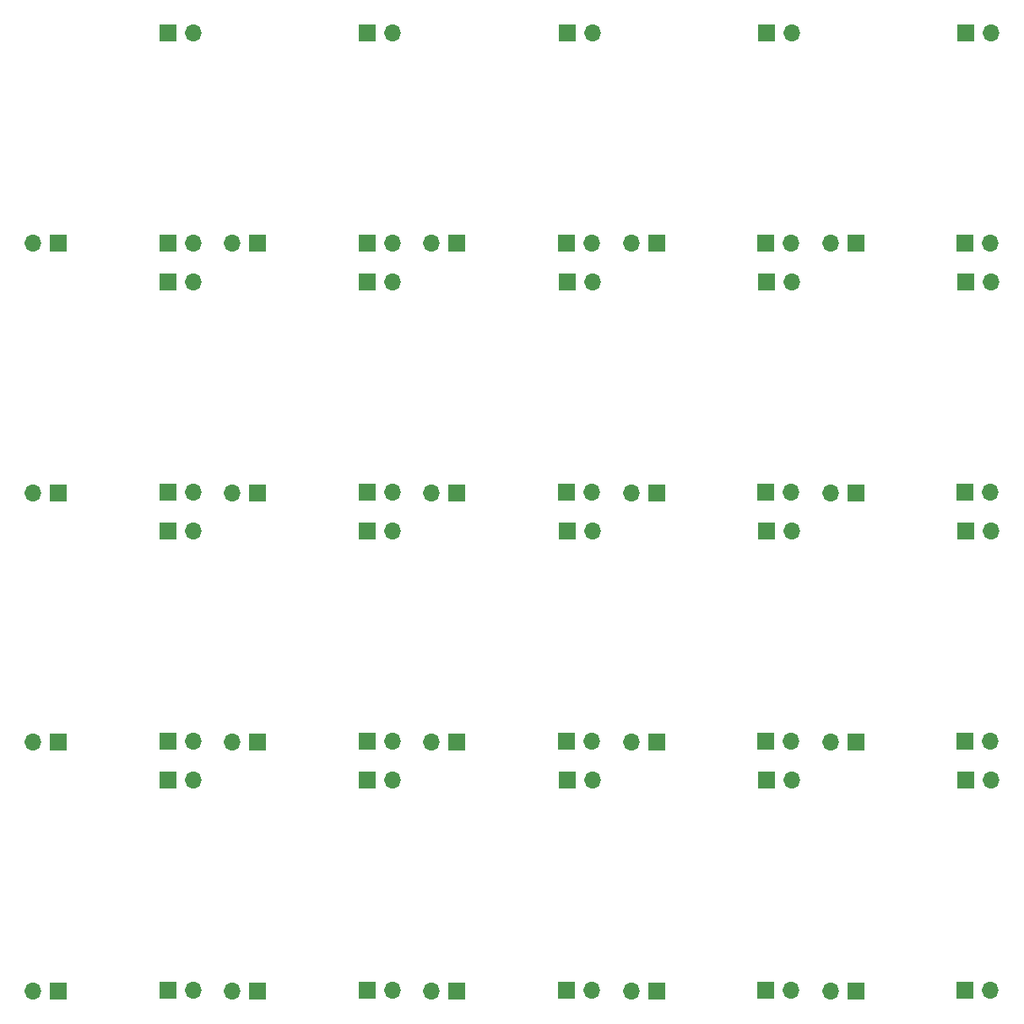
<source format=gbs>
G04 #@! TF.FileFunction,Soldermask,Bot*
%FSLAX46Y46*%
G04 Gerber Fmt 4.6, Leading zero omitted, Abs format (unit mm)*
G04 Created by KiCad (PCBNEW 4.0.2-stable) date 12/4/2017 4:33:56 PM*
%MOMM*%
G01*
G04 APERTURE LIST*
%ADD10C,0.100000*%
%ADD11R,1.700000X1.700000*%
%ADD12O,1.700000X1.700000*%
G04 APERTURE END LIST*
D10*
D11*
X165468400Y-116955600D03*
D12*
X168008400Y-116955600D03*
D11*
X165417600Y-138037600D03*
D12*
X167957600Y-138037600D03*
D11*
X145417600Y-138037600D03*
D12*
X147957600Y-138037600D03*
D11*
X154444800Y-138088400D03*
D12*
X151904800Y-138088400D03*
D11*
X145468400Y-116955600D03*
D12*
X148008400Y-116955600D03*
D11*
X105468400Y-116955600D03*
D12*
X108008400Y-116955600D03*
D11*
X85417600Y-138037600D03*
D12*
X87957600Y-138037600D03*
D11*
X94444800Y-138088400D03*
D12*
X91904800Y-138088400D03*
D11*
X105417600Y-138037600D03*
D12*
X107957600Y-138037600D03*
D11*
X85468400Y-116955600D03*
D12*
X88008400Y-116955600D03*
D11*
X74444800Y-138088400D03*
D12*
X71904800Y-138088400D03*
D11*
X125468400Y-116955600D03*
D12*
X128008400Y-116955600D03*
D11*
X125417600Y-138037600D03*
D12*
X127957600Y-138037600D03*
D11*
X114444800Y-138088400D03*
D12*
X111904800Y-138088400D03*
D11*
X134444800Y-138088400D03*
D12*
X131904800Y-138088400D03*
D11*
X165468400Y-91955600D03*
D12*
X168008400Y-91955600D03*
D11*
X165417600Y-113037600D03*
D12*
X167957600Y-113037600D03*
D11*
X145417600Y-113037600D03*
D12*
X147957600Y-113037600D03*
D11*
X154444800Y-113088400D03*
D12*
X151904800Y-113088400D03*
D11*
X145468400Y-91955600D03*
D12*
X148008400Y-91955600D03*
D11*
X105468400Y-91955600D03*
D12*
X108008400Y-91955600D03*
D11*
X85417600Y-113037600D03*
D12*
X87957600Y-113037600D03*
D11*
X94444800Y-113088400D03*
D12*
X91904800Y-113088400D03*
D11*
X105417600Y-113037600D03*
D12*
X107957600Y-113037600D03*
D11*
X85468400Y-91955600D03*
D12*
X88008400Y-91955600D03*
D11*
X74444800Y-113088400D03*
D12*
X71904800Y-113088400D03*
D11*
X125468400Y-91955600D03*
D12*
X128008400Y-91955600D03*
D11*
X125417600Y-113037600D03*
D12*
X127957600Y-113037600D03*
D11*
X114444800Y-113088400D03*
D12*
X111904800Y-113088400D03*
D11*
X134444800Y-113088400D03*
D12*
X131904800Y-113088400D03*
D11*
X165468400Y-66955600D03*
D12*
X168008400Y-66955600D03*
D11*
X165417600Y-88037600D03*
D12*
X167957600Y-88037600D03*
D11*
X145417600Y-88037600D03*
D12*
X147957600Y-88037600D03*
D11*
X154444800Y-88088400D03*
D12*
X151904800Y-88088400D03*
D11*
X145468400Y-66955600D03*
D12*
X148008400Y-66955600D03*
D11*
X105468400Y-66955600D03*
D12*
X108008400Y-66955600D03*
D11*
X85417600Y-88037600D03*
D12*
X87957600Y-88037600D03*
D11*
X94444800Y-88088400D03*
D12*
X91904800Y-88088400D03*
D11*
X105417600Y-88037600D03*
D12*
X107957600Y-88037600D03*
D11*
X85468400Y-66955600D03*
D12*
X88008400Y-66955600D03*
D11*
X74444800Y-88088400D03*
D12*
X71904800Y-88088400D03*
D11*
X125468400Y-66955600D03*
D12*
X128008400Y-66955600D03*
D11*
X125417600Y-88037600D03*
D12*
X127957600Y-88037600D03*
D11*
X114444800Y-88088400D03*
D12*
X111904800Y-88088400D03*
D11*
X134444800Y-88088400D03*
D12*
X131904800Y-88088400D03*
D11*
X165417600Y-63037600D03*
D12*
X167957600Y-63037600D03*
D11*
X154444800Y-63088400D03*
D12*
X151904800Y-63088400D03*
D11*
X165468400Y-41955600D03*
D12*
X168008400Y-41955600D03*
D11*
X145417600Y-63037600D03*
D12*
X147957600Y-63037600D03*
D11*
X134444800Y-63088400D03*
D12*
X131904800Y-63088400D03*
D11*
X145468400Y-41955600D03*
D12*
X148008400Y-41955600D03*
D11*
X125417600Y-63037600D03*
D12*
X127957600Y-63037600D03*
D11*
X114444800Y-63088400D03*
D12*
X111904800Y-63088400D03*
D11*
X125468400Y-41955600D03*
D12*
X128008400Y-41955600D03*
D11*
X105417600Y-63037600D03*
D12*
X107957600Y-63037600D03*
D11*
X94444800Y-63088400D03*
D12*
X91904800Y-63088400D03*
D11*
X105468400Y-41955600D03*
D12*
X108008400Y-41955600D03*
D11*
X85417600Y-63037600D03*
D12*
X87957600Y-63037600D03*
D11*
X74444800Y-63088400D03*
D12*
X71904800Y-63088400D03*
D11*
X85468400Y-41955600D03*
D12*
X88008400Y-41955600D03*
M02*

</source>
